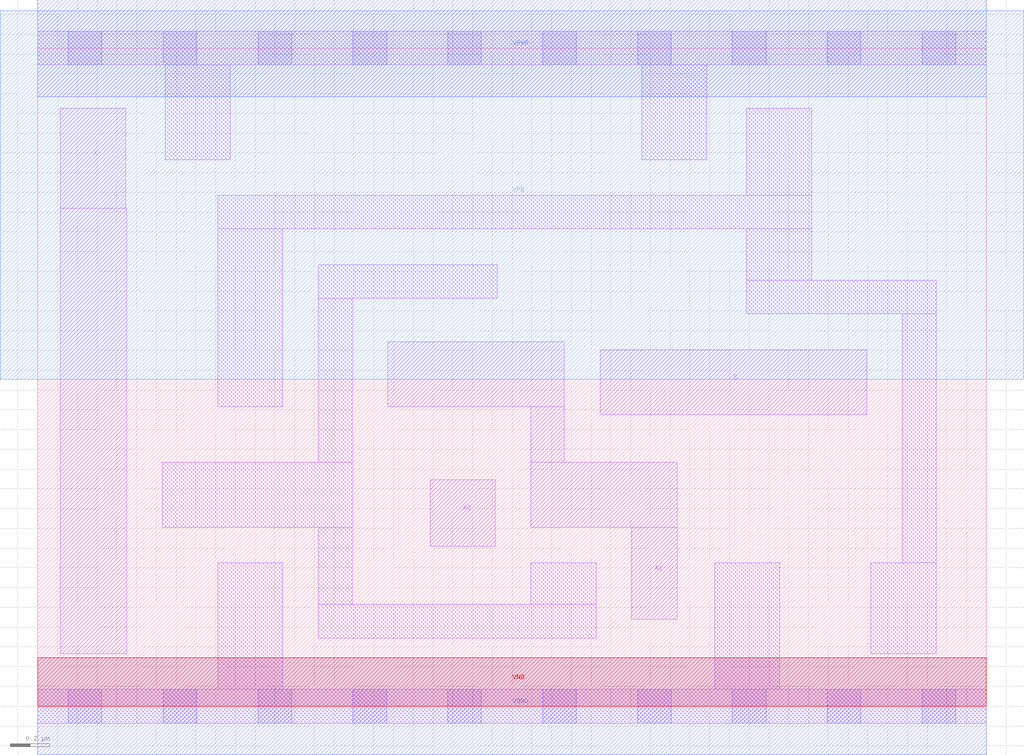
<source format=lef>
# Copyright 2020 The SkyWater PDK Authors
#
# Licensed under the Apache License, Version 2.0 (the "License");
# you may not use this file except in compliance with the License.
# You may obtain a copy of the License at
#
#     https://www.apache.org/licenses/LICENSE-2.0
#
# Unless required by applicable law or agreed to in writing, software
# distributed under the License is distributed on an "AS IS" BASIS,
# WITHOUT WARRANTIES OR CONDITIONS OF ANY KIND, either express or implied.
# See the License for the specific language governing permissions and
# limitations under the License.
#
# SPDX-License-Identifier: Apache-2.0

VERSION 5.7 ;
  NOWIREEXTENSIONATPIN ON ;
  DIVIDERCHAR "/" ;
  BUSBITCHARS "[]" ;
MACRO sky130_fd_sc_lp__mux2_lp2
  CLASS CORE ;
  FOREIGN sky130_fd_sc_lp__mux2_lp2 ;
  ORIGIN  0.000000  0.000000 ;
  SIZE  4.800000 BY  3.330000 ;
  SYMMETRY X Y R90 ;
  SITE unit ;
  PIN A0
    ANTENNAGATEAREA  0.313000 ;
    DIRECTION INPUT ;
    USE SIGNAL ;
    PORT
      LAYER li1 ;
        RECT 1.985000 0.810000 2.315000 1.145000 ;
    END
  END A0
  PIN A1
    ANTENNAGATEAREA  0.313000 ;
    DIRECTION INPUT ;
    USE SIGNAL ;
    PORT
      LAYER li1 ;
        RECT 1.770000 1.515000 2.665000 1.845000 ;
        RECT 2.495000 0.905000 3.235000 1.235000 ;
        RECT 2.495000 1.235000 2.665000 1.515000 ;
        RECT 3.005000 0.440000 3.235000 0.905000 ;
    END
  END A1
  PIN S
    ANTENNAGATEAREA  0.689000 ;
    DIRECTION INPUT ;
    USE SIGNAL ;
    PORT
      LAYER li1 ;
        RECT 2.845000 1.475000 4.195000 1.805000 ;
    END
  END S
  PIN X
    ANTENNADIFFAREA  0.404700 ;
    DIRECTION OUTPUT ;
    USE SIGNAL ;
    PORT
      LAYER li1 ;
        RECT 0.115000 0.265000 0.450000 2.520000 ;
        RECT 0.115000 2.520000 0.445000 3.025000 ;
    END
  END X
  PIN VGND
    DIRECTION INOUT ;
    USE GROUND ;
    PORT
      LAYER met1 ;
        RECT 0.000000 -0.245000 4.800000 0.245000 ;
    END
  END VGND
  PIN VNB
    DIRECTION INOUT ;
    USE GROUND ;
    PORT
      LAYER pwell ;
        RECT 0.000000 0.000000 4.800000 0.245000 ;
    END
  END VNB
  PIN VPB
    DIRECTION INOUT ;
    USE POWER ;
    PORT
      LAYER nwell ;
        RECT -0.190000 1.655000 4.990000 3.520000 ;
    END
  END VPB
  PIN VPWR
    DIRECTION INOUT ;
    USE POWER ;
    PORT
      LAYER met1 ;
        RECT 0.000000 3.085000 4.800000 3.575000 ;
    END
  END VPWR
  OBS
    LAYER li1 ;
      RECT 0.000000 -0.085000 4.800000 0.085000 ;
      RECT 0.000000  3.245000 4.800000 3.415000 ;
      RECT 0.630000  0.905000 1.590000 1.235000 ;
      RECT 0.645000  2.765000 0.975000 3.245000 ;
      RECT 0.910000  0.085000 1.240000 0.725000 ;
      RECT 0.910000  1.515000 1.240000 2.415000 ;
      RECT 0.910000  2.415000 3.915000 2.585000 ;
      RECT 1.420000  0.345000 2.825000 0.515000 ;
      RECT 1.420000  0.515000 1.590000 0.905000 ;
      RECT 1.420000  1.235000 1.590000 2.065000 ;
      RECT 1.420000  2.065000 2.325000 2.235000 ;
      RECT 2.495000  0.515000 2.825000 0.725000 ;
      RECT 3.055000  2.765000 3.385000 3.245000 ;
      RECT 3.425000  0.085000 3.755000 0.725000 ;
      RECT 3.585000  1.985000 4.545000 2.155000 ;
      RECT 3.585000  2.155000 3.915000 2.415000 ;
      RECT 3.585000  2.585000 3.915000 3.025000 ;
      RECT 4.215000  0.265000 4.545000 0.725000 ;
      RECT 4.375000  0.725000 4.545000 1.985000 ;
    LAYER mcon ;
      RECT 0.155000 -0.085000 0.325000 0.085000 ;
      RECT 0.155000  3.245000 0.325000 3.415000 ;
      RECT 0.635000 -0.085000 0.805000 0.085000 ;
      RECT 0.635000  3.245000 0.805000 3.415000 ;
      RECT 1.115000 -0.085000 1.285000 0.085000 ;
      RECT 1.115000  3.245000 1.285000 3.415000 ;
      RECT 1.595000 -0.085000 1.765000 0.085000 ;
      RECT 1.595000  3.245000 1.765000 3.415000 ;
      RECT 2.075000 -0.085000 2.245000 0.085000 ;
      RECT 2.075000  3.245000 2.245000 3.415000 ;
      RECT 2.555000 -0.085000 2.725000 0.085000 ;
      RECT 2.555000  3.245000 2.725000 3.415000 ;
      RECT 3.035000 -0.085000 3.205000 0.085000 ;
      RECT 3.035000  3.245000 3.205000 3.415000 ;
      RECT 3.515000 -0.085000 3.685000 0.085000 ;
      RECT 3.515000  3.245000 3.685000 3.415000 ;
      RECT 3.995000 -0.085000 4.165000 0.085000 ;
      RECT 3.995000  3.245000 4.165000 3.415000 ;
      RECT 4.475000 -0.085000 4.645000 0.085000 ;
      RECT 4.475000  3.245000 4.645000 3.415000 ;
  END
END sky130_fd_sc_lp__mux2_lp2
END LIBRARY

</source>
